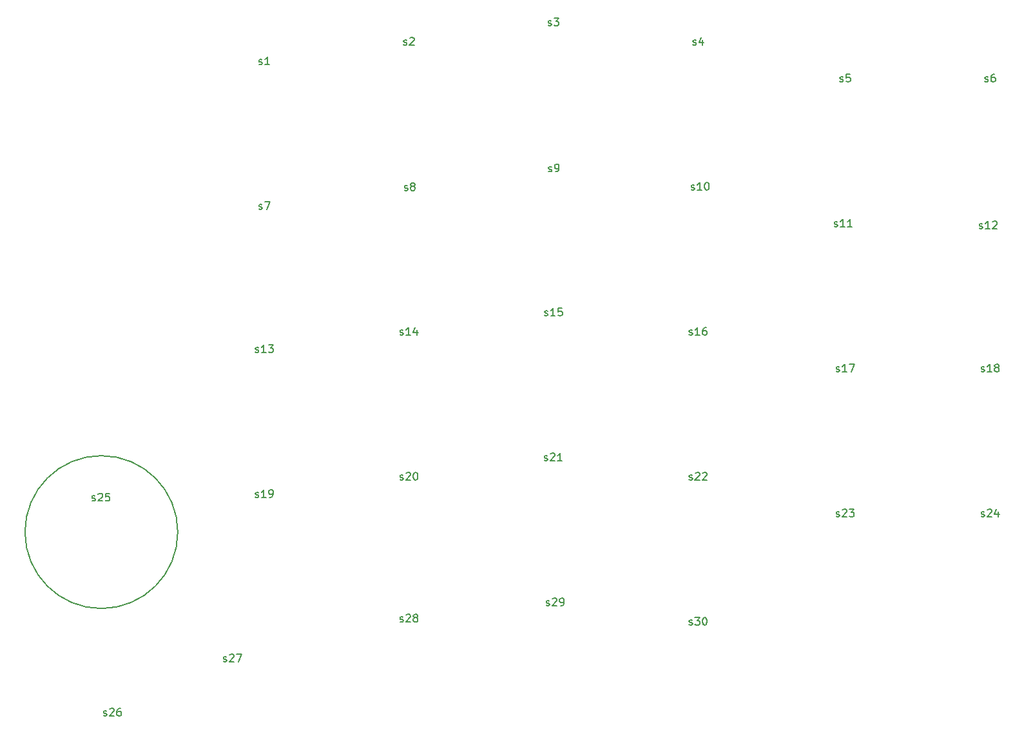
<source format=gbr>
G04 #@! TF.GenerationSoftware,KiCad,Pcbnew,8.99.0-3407-g6a48e2c35a*
G04 #@! TF.CreationDate,2025-03-01T11:14:55+00:00*
G04 #@! TF.ProjectId,DragonBoard,44726167-6f6e-4426-9f61-72642e6b6963,rev?*
G04 #@! TF.SameCoordinates,Original*
G04 #@! TF.FileFunction,Other,ECO1*
%FSLAX46Y46*%
G04 Gerber Fmt 4.6, Leading zero omitted, Abs format (unit mm)*
G04 Created by KiCad (PCBNEW 8.99.0-3407-g6a48e2c35a) date 2025-03-01 11:14:55*
%MOMM*%
%LPD*%
G01*
G04 APERTURE LIST*
%ADD10C,0.150000*%
G04 APERTURE END LIST*
D10*
X109140696Y-107150000D02*
G75*
G02*
X89063704Y-107150000I-10038496J0D01*
G01*
X89063704Y-107150000D02*
G75*
G02*
X109140696Y-107150000I10038496J0D01*
G01*
X176333333Y-81221840D02*
X176428571Y-81269459D01*
X176428571Y-81269459D02*
X176619047Y-81269459D01*
X176619047Y-81269459D02*
X176714285Y-81221840D01*
X176714285Y-81221840D02*
X176761904Y-81126601D01*
X176761904Y-81126601D02*
X176761904Y-81078982D01*
X176761904Y-81078982D02*
X176714285Y-80983744D01*
X176714285Y-80983744D02*
X176619047Y-80936125D01*
X176619047Y-80936125D02*
X176476190Y-80936125D01*
X176476190Y-80936125D02*
X176380952Y-80888506D01*
X176380952Y-80888506D02*
X176333333Y-80793268D01*
X176333333Y-80793268D02*
X176333333Y-80745649D01*
X176333333Y-80745649D02*
X176380952Y-80650411D01*
X176380952Y-80650411D02*
X176476190Y-80602792D01*
X176476190Y-80602792D02*
X176619047Y-80602792D01*
X176619047Y-80602792D02*
X176714285Y-80650411D01*
X177714285Y-81269459D02*
X177142857Y-81269459D01*
X177428571Y-81269459D02*
X177428571Y-80269459D01*
X177428571Y-80269459D02*
X177333333Y-80412316D01*
X177333333Y-80412316D02*
X177238095Y-80507554D01*
X177238095Y-80507554D02*
X177142857Y-80555173D01*
X178571428Y-80269459D02*
X178380952Y-80269459D01*
X178380952Y-80269459D02*
X178285714Y-80317078D01*
X178285714Y-80317078D02*
X178238095Y-80364697D01*
X178238095Y-80364697D02*
X178142857Y-80507554D01*
X178142857Y-80507554D02*
X178095238Y-80698030D01*
X178095238Y-80698030D02*
X178095238Y-81078982D01*
X178095238Y-81078982D02*
X178142857Y-81174220D01*
X178142857Y-81174220D02*
X178190476Y-81221840D01*
X178190476Y-81221840D02*
X178285714Y-81269459D01*
X178285714Y-81269459D02*
X178476190Y-81269459D01*
X178476190Y-81269459D02*
X178571428Y-81221840D01*
X178571428Y-81221840D02*
X178619047Y-81174220D01*
X178619047Y-81174220D02*
X178666666Y-81078982D01*
X178666666Y-81078982D02*
X178666666Y-80840887D01*
X178666666Y-80840887D02*
X178619047Y-80745649D01*
X178619047Y-80745649D02*
X178571428Y-80698030D01*
X178571428Y-80698030D02*
X178476190Y-80650411D01*
X178476190Y-80650411D02*
X178285714Y-80650411D01*
X178285714Y-80650411D02*
X178190476Y-80698030D01*
X178190476Y-80698030D02*
X178142857Y-80745649D01*
X178142857Y-80745649D02*
X178095238Y-80840887D01*
X215180644Y-47947840D02*
X215275882Y-47995459D01*
X215275882Y-47995459D02*
X215466358Y-47995459D01*
X215466358Y-47995459D02*
X215561596Y-47947840D01*
X215561596Y-47947840D02*
X215609215Y-47852601D01*
X215609215Y-47852601D02*
X215609215Y-47804982D01*
X215609215Y-47804982D02*
X215561596Y-47709744D01*
X215561596Y-47709744D02*
X215466358Y-47662125D01*
X215466358Y-47662125D02*
X215323501Y-47662125D01*
X215323501Y-47662125D02*
X215228263Y-47614506D01*
X215228263Y-47614506D02*
X215180644Y-47519268D01*
X215180644Y-47519268D02*
X215180644Y-47471649D01*
X215180644Y-47471649D02*
X215228263Y-47376411D01*
X215228263Y-47376411D02*
X215323501Y-47328792D01*
X215323501Y-47328792D02*
X215466358Y-47328792D01*
X215466358Y-47328792D02*
X215561596Y-47376411D01*
X216466358Y-46995459D02*
X216275882Y-46995459D01*
X216275882Y-46995459D02*
X216180644Y-47043078D01*
X216180644Y-47043078D02*
X216133025Y-47090697D01*
X216133025Y-47090697D02*
X216037787Y-47233554D01*
X216037787Y-47233554D02*
X215990168Y-47424030D01*
X215990168Y-47424030D02*
X215990168Y-47804982D01*
X215990168Y-47804982D02*
X216037787Y-47900220D01*
X216037787Y-47900220D02*
X216085406Y-47947840D01*
X216085406Y-47947840D02*
X216180644Y-47995459D01*
X216180644Y-47995459D02*
X216371120Y-47995459D01*
X216371120Y-47995459D02*
X216466358Y-47947840D01*
X216466358Y-47947840D02*
X216513977Y-47900220D01*
X216513977Y-47900220D02*
X216561596Y-47804982D01*
X216561596Y-47804982D02*
X216561596Y-47566887D01*
X216561596Y-47566887D02*
X216513977Y-47471649D01*
X216513977Y-47471649D02*
X216466358Y-47424030D01*
X216466358Y-47424030D02*
X216371120Y-47376411D01*
X216371120Y-47376411D02*
X216180644Y-47376411D01*
X216180644Y-47376411D02*
X216085406Y-47424030D01*
X216085406Y-47424030D02*
X216037787Y-47471649D01*
X216037787Y-47471649D02*
X215990168Y-47566887D01*
X157840144Y-59758840D02*
X157935382Y-59806459D01*
X157935382Y-59806459D02*
X158125858Y-59806459D01*
X158125858Y-59806459D02*
X158221096Y-59758840D01*
X158221096Y-59758840D02*
X158268715Y-59663601D01*
X158268715Y-59663601D02*
X158268715Y-59615982D01*
X158268715Y-59615982D02*
X158221096Y-59520744D01*
X158221096Y-59520744D02*
X158125858Y-59473125D01*
X158125858Y-59473125D02*
X157983001Y-59473125D01*
X157983001Y-59473125D02*
X157887763Y-59425506D01*
X157887763Y-59425506D02*
X157840144Y-59330268D01*
X157840144Y-59330268D02*
X157840144Y-59282649D01*
X157840144Y-59282649D02*
X157887763Y-59187411D01*
X157887763Y-59187411D02*
X157983001Y-59139792D01*
X157983001Y-59139792D02*
X158125858Y-59139792D01*
X158125858Y-59139792D02*
X158221096Y-59187411D01*
X158744906Y-59806459D02*
X158935382Y-59806459D01*
X158935382Y-59806459D02*
X159030620Y-59758840D01*
X159030620Y-59758840D02*
X159078239Y-59711220D01*
X159078239Y-59711220D02*
X159173477Y-59568363D01*
X159173477Y-59568363D02*
X159221096Y-59377887D01*
X159221096Y-59377887D02*
X159221096Y-58996935D01*
X159221096Y-58996935D02*
X159173477Y-58901697D01*
X159173477Y-58901697D02*
X159125858Y-58854078D01*
X159125858Y-58854078D02*
X159030620Y-58806459D01*
X159030620Y-58806459D02*
X158840144Y-58806459D01*
X158840144Y-58806459D02*
X158744906Y-58854078D01*
X158744906Y-58854078D02*
X158697287Y-58901697D01*
X158697287Y-58901697D02*
X158649668Y-58996935D01*
X158649668Y-58996935D02*
X158649668Y-59235030D01*
X158649668Y-59235030D02*
X158697287Y-59330268D01*
X158697287Y-59330268D02*
X158744906Y-59377887D01*
X158744906Y-59377887D02*
X158840144Y-59425506D01*
X158840144Y-59425506D02*
X159030620Y-59425506D01*
X159030620Y-59425506D02*
X159125858Y-59377887D01*
X159125858Y-59377887D02*
X159173477Y-59330268D01*
X159173477Y-59330268D02*
X159221096Y-59235030D01*
X138917144Y-62235340D02*
X139012382Y-62282959D01*
X139012382Y-62282959D02*
X139202858Y-62282959D01*
X139202858Y-62282959D02*
X139298096Y-62235340D01*
X139298096Y-62235340D02*
X139345715Y-62140101D01*
X139345715Y-62140101D02*
X139345715Y-62092482D01*
X139345715Y-62092482D02*
X139298096Y-61997244D01*
X139298096Y-61997244D02*
X139202858Y-61949625D01*
X139202858Y-61949625D02*
X139060001Y-61949625D01*
X139060001Y-61949625D02*
X138964763Y-61902006D01*
X138964763Y-61902006D02*
X138917144Y-61806768D01*
X138917144Y-61806768D02*
X138917144Y-61759149D01*
X138917144Y-61759149D02*
X138964763Y-61663911D01*
X138964763Y-61663911D02*
X139060001Y-61616292D01*
X139060001Y-61616292D02*
X139202858Y-61616292D01*
X139202858Y-61616292D02*
X139298096Y-61663911D01*
X139917144Y-61711530D02*
X139821906Y-61663911D01*
X139821906Y-61663911D02*
X139774287Y-61616292D01*
X139774287Y-61616292D02*
X139726668Y-61521054D01*
X139726668Y-61521054D02*
X139726668Y-61473435D01*
X139726668Y-61473435D02*
X139774287Y-61378197D01*
X139774287Y-61378197D02*
X139821906Y-61330578D01*
X139821906Y-61330578D02*
X139917144Y-61282959D01*
X139917144Y-61282959D02*
X140107620Y-61282959D01*
X140107620Y-61282959D02*
X140202858Y-61330578D01*
X140202858Y-61330578D02*
X140250477Y-61378197D01*
X140250477Y-61378197D02*
X140298096Y-61473435D01*
X140298096Y-61473435D02*
X140298096Y-61521054D01*
X140298096Y-61521054D02*
X140250477Y-61616292D01*
X140250477Y-61616292D02*
X140202858Y-61663911D01*
X140202858Y-61663911D02*
X140107620Y-61711530D01*
X140107620Y-61711530D02*
X139917144Y-61711530D01*
X139917144Y-61711530D02*
X139821906Y-61759149D01*
X139821906Y-61759149D02*
X139774287Y-61806768D01*
X139774287Y-61806768D02*
X139726668Y-61902006D01*
X139726668Y-61902006D02*
X139726668Y-62092482D01*
X139726668Y-62092482D02*
X139774287Y-62187720D01*
X139774287Y-62187720D02*
X139821906Y-62235340D01*
X139821906Y-62235340D02*
X139917144Y-62282959D01*
X139917144Y-62282959D02*
X140107620Y-62282959D01*
X140107620Y-62282959D02*
X140202858Y-62235340D01*
X140202858Y-62235340D02*
X140250477Y-62187720D01*
X140250477Y-62187720D02*
X140298096Y-62092482D01*
X140298096Y-62092482D02*
X140298096Y-61902006D01*
X140298096Y-61902006D02*
X140250477Y-61806768D01*
X140250477Y-61806768D02*
X140202858Y-61759149D01*
X140202858Y-61759149D02*
X140107620Y-61711530D01*
X138333333Y-100271840D02*
X138428571Y-100319459D01*
X138428571Y-100319459D02*
X138619047Y-100319459D01*
X138619047Y-100319459D02*
X138714285Y-100271840D01*
X138714285Y-100271840D02*
X138761904Y-100176601D01*
X138761904Y-100176601D02*
X138761904Y-100128982D01*
X138761904Y-100128982D02*
X138714285Y-100033744D01*
X138714285Y-100033744D02*
X138619047Y-99986125D01*
X138619047Y-99986125D02*
X138476190Y-99986125D01*
X138476190Y-99986125D02*
X138380952Y-99938506D01*
X138380952Y-99938506D02*
X138333333Y-99843268D01*
X138333333Y-99843268D02*
X138333333Y-99795649D01*
X138333333Y-99795649D02*
X138380952Y-99700411D01*
X138380952Y-99700411D02*
X138476190Y-99652792D01*
X138476190Y-99652792D02*
X138619047Y-99652792D01*
X138619047Y-99652792D02*
X138714285Y-99700411D01*
X139142857Y-99414697D02*
X139190476Y-99367078D01*
X139190476Y-99367078D02*
X139285714Y-99319459D01*
X139285714Y-99319459D02*
X139523809Y-99319459D01*
X139523809Y-99319459D02*
X139619047Y-99367078D01*
X139619047Y-99367078D02*
X139666666Y-99414697D01*
X139666666Y-99414697D02*
X139714285Y-99509935D01*
X139714285Y-99509935D02*
X139714285Y-99605173D01*
X139714285Y-99605173D02*
X139666666Y-99748030D01*
X139666666Y-99748030D02*
X139095238Y-100319459D01*
X139095238Y-100319459D02*
X139714285Y-100319459D01*
X140333333Y-99319459D02*
X140428571Y-99319459D01*
X140428571Y-99319459D02*
X140523809Y-99367078D01*
X140523809Y-99367078D02*
X140571428Y-99414697D01*
X140571428Y-99414697D02*
X140619047Y-99509935D01*
X140619047Y-99509935D02*
X140666666Y-99700411D01*
X140666666Y-99700411D02*
X140666666Y-99938506D01*
X140666666Y-99938506D02*
X140619047Y-100128982D01*
X140619047Y-100128982D02*
X140571428Y-100224220D01*
X140571428Y-100224220D02*
X140523809Y-100271840D01*
X140523809Y-100271840D02*
X140428571Y-100319459D01*
X140428571Y-100319459D02*
X140333333Y-100319459D01*
X140333333Y-100319459D02*
X140238095Y-100271840D01*
X140238095Y-100271840D02*
X140190476Y-100224220D01*
X140190476Y-100224220D02*
X140142857Y-100128982D01*
X140142857Y-100128982D02*
X140095238Y-99938506D01*
X140095238Y-99938506D02*
X140095238Y-99700411D01*
X140095238Y-99700411D02*
X140142857Y-99509935D01*
X140142857Y-99509935D02*
X140190476Y-99414697D01*
X140190476Y-99414697D02*
X140238095Y-99367078D01*
X140238095Y-99367078D02*
X140333333Y-99319459D01*
X115136453Y-124147840D02*
X115231691Y-124195459D01*
X115231691Y-124195459D02*
X115422167Y-124195459D01*
X115422167Y-124195459D02*
X115517405Y-124147840D01*
X115517405Y-124147840D02*
X115565024Y-124052601D01*
X115565024Y-124052601D02*
X115565024Y-124004982D01*
X115565024Y-124004982D02*
X115517405Y-123909744D01*
X115517405Y-123909744D02*
X115422167Y-123862125D01*
X115422167Y-123862125D02*
X115279310Y-123862125D01*
X115279310Y-123862125D02*
X115184072Y-123814506D01*
X115184072Y-123814506D02*
X115136453Y-123719268D01*
X115136453Y-123719268D02*
X115136453Y-123671649D01*
X115136453Y-123671649D02*
X115184072Y-123576411D01*
X115184072Y-123576411D02*
X115279310Y-123528792D01*
X115279310Y-123528792D02*
X115422167Y-123528792D01*
X115422167Y-123528792D02*
X115517405Y-123576411D01*
X115945977Y-123290697D02*
X115993596Y-123243078D01*
X115993596Y-123243078D02*
X116088834Y-123195459D01*
X116088834Y-123195459D02*
X116326929Y-123195459D01*
X116326929Y-123195459D02*
X116422167Y-123243078D01*
X116422167Y-123243078D02*
X116469786Y-123290697D01*
X116469786Y-123290697D02*
X116517405Y-123385935D01*
X116517405Y-123385935D02*
X116517405Y-123481173D01*
X116517405Y-123481173D02*
X116469786Y-123624030D01*
X116469786Y-123624030D02*
X115898358Y-124195459D01*
X115898358Y-124195459D02*
X116517405Y-124195459D01*
X116850739Y-123195459D02*
X117517405Y-123195459D01*
X117517405Y-123195459D02*
X117088834Y-124195459D01*
X196130644Y-47947840D02*
X196225882Y-47995459D01*
X196225882Y-47995459D02*
X196416358Y-47995459D01*
X196416358Y-47995459D02*
X196511596Y-47947840D01*
X196511596Y-47947840D02*
X196559215Y-47852601D01*
X196559215Y-47852601D02*
X196559215Y-47804982D01*
X196559215Y-47804982D02*
X196511596Y-47709744D01*
X196511596Y-47709744D02*
X196416358Y-47662125D01*
X196416358Y-47662125D02*
X196273501Y-47662125D01*
X196273501Y-47662125D02*
X196178263Y-47614506D01*
X196178263Y-47614506D02*
X196130644Y-47519268D01*
X196130644Y-47519268D02*
X196130644Y-47471649D01*
X196130644Y-47471649D02*
X196178263Y-47376411D01*
X196178263Y-47376411D02*
X196273501Y-47328792D01*
X196273501Y-47328792D02*
X196416358Y-47328792D01*
X196416358Y-47328792D02*
X196511596Y-47376411D01*
X197463977Y-46995459D02*
X196987787Y-46995459D01*
X196987787Y-46995459D02*
X196940168Y-47471649D01*
X196940168Y-47471649D02*
X196987787Y-47424030D01*
X196987787Y-47424030D02*
X197083025Y-47376411D01*
X197083025Y-47376411D02*
X197321120Y-47376411D01*
X197321120Y-47376411D02*
X197416358Y-47424030D01*
X197416358Y-47424030D02*
X197463977Y-47471649D01*
X197463977Y-47471649D02*
X197511596Y-47566887D01*
X197511596Y-47566887D02*
X197511596Y-47804982D01*
X197511596Y-47804982D02*
X197463977Y-47900220D01*
X197463977Y-47900220D02*
X197416358Y-47947840D01*
X197416358Y-47947840D02*
X197321120Y-47995459D01*
X197321120Y-47995459D02*
X197083025Y-47995459D01*
X197083025Y-47995459D02*
X196987787Y-47947840D01*
X196987787Y-47947840D02*
X196940168Y-47900220D01*
X99388453Y-131259840D02*
X99483691Y-131307459D01*
X99483691Y-131307459D02*
X99674167Y-131307459D01*
X99674167Y-131307459D02*
X99769405Y-131259840D01*
X99769405Y-131259840D02*
X99817024Y-131164601D01*
X99817024Y-131164601D02*
X99817024Y-131116982D01*
X99817024Y-131116982D02*
X99769405Y-131021744D01*
X99769405Y-131021744D02*
X99674167Y-130974125D01*
X99674167Y-130974125D02*
X99531310Y-130974125D01*
X99531310Y-130974125D02*
X99436072Y-130926506D01*
X99436072Y-130926506D02*
X99388453Y-130831268D01*
X99388453Y-130831268D02*
X99388453Y-130783649D01*
X99388453Y-130783649D02*
X99436072Y-130688411D01*
X99436072Y-130688411D02*
X99531310Y-130640792D01*
X99531310Y-130640792D02*
X99674167Y-130640792D01*
X99674167Y-130640792D02*
X99769405Y-130688411D01*
X100197977Y-130402697D02*
X100245596Y-130355078D01*
X100245596Y-130355078D02*
X100340834Y-130307459D01*
X100340834Y-130307459D02*
X100578929Y-130307459D01*
X100578929Y-130307459D02*
X100674167Y-130355078D01*
X100674167Y-130355078D02*
X100721786Y-130402697D01*
X100721786Y-130402697D02*
X100769405Y-130497935D01*
X100769405Y-130497935D02*
X100769405Y-130593173D01*
X100769405Y-130593173D02*
X100721786Y-130736030D01*
X100721786Y-130736030D02*
X100150358Y-131307459D01*
X100150358Y-131307459D02*
X100769405Y-131307459D01*
X101626548Y-130307459D02*
X101436072Y-130307459D01*
X101436072Y-130307459D02*
X101340834Y-130355078D01*
X101340834Y-130355078D02*
X101293215Y-130402697D01*
X101293215Y-130402697D02*
X101197977Y-130545554D01*
X101197977Y-130545554D02*
X101150358Y-130736030D01*
X101150358Y-130736030D02*
X101150358Y-131116982D01*
X101150358Y-131116982D02*
X101197977Y-131212220D01*
X101197977Y-131212220D02*
X101245596Y-131259840D01*
X101245596Y-131259840D02*
X101340834Y-131307459D01*
X101340834Y-131307459D02*
X101531310Y-131307459D01*
X101531310Y-131307459D02*
X101626548Y-131259840D01*
X101626548Y-131259840D02*
X101674167Y-131212220D01*
X101674167Y-131212220D02*
X101721786Y-131116982D01*
X101721786Y-131116982D02*
X101721786Y-130878887D01*
X101721786Y-130878887D02*
X101674167Y-130783649D01*
X101674167Y-130783649D02*
X101626548Y-130736030D01*
X101626548Y-130736030D02*
X101531310Y-130688411D01*
X101531310Y-130688411D02*
X101340834Y-130688411D01*
X101340834Y-130688411D02*
X101245596Y-130736030D01*
X101245596Y-130736030D02*
X101197977Y-130783649D01*
X101197977Y-130783649D02*
X101150358Y-130878887D01*
X157300453Y-97731840D02*
X157395691Y-97779459D01*
X157395691Y-97779459D02*
X157586167Y-97779459D01*
X157586167Y-97779459D02*
X157681405Y-97731840D01*
X157681405Y-97731840D02*
X157729024Y-97636601D01*
X157729024Y-97636601D02*
X157729024Y-97588982D01*
X157729024Y-97588982D02*
X157681405Y-97493744D01*
X157681405Y-97493744D02*
X157586167Y-97446125D01*
X157586167Y-97446125D02*
X157443310Y-97446125D01*
X157443310Y-97446125D02*
X157348072Y-97398506D01*
X157348072Y-97398506D02*
X157300453Y-97303268D01*
X157300453Y-97303268D02*
X157300453Y-97255649D01*
X157300453Y-97255649D02*
X157348072Y-97160411D01*
X157348072Y-97160411D02*
X157443310Y-97112792D01*
X157443310Y-97112792D02*
X157586167Y-97112792D01*
X157586167Y-97112792D02*
X157681405Y-97160411D01*
X158109977Y-96874697D02*
X158157596Y-96827078D01*
X158157596Y-96827078D02*
X158252834Y-96779459D01*
X158252834Y-96779459D02*
X158490929Y-96779459D01*
X158490929Y-96779459D02*
X158586167Y-96827078D01*
X158586167Y-96827078D02*
X158633786Y-96874697D01*
X158633786Y-96874697D02*
X158681405Y-96969935D01*
X158681405Y-96969935D02*
X158681405Y-97065173D01*
X158681405Y-97065173D02*
X158633786Y-97208030D01*
X158633786Y-97208030D02*
X158062358Y-97779459D01*
X158062358Y-97779459D02*
X158681405Y-97779459D01*
X159633786Y-97779459D02*
X159062358Y-97779459D01*
X159348072Y-97779459D02*
X159348072Y-96779459D01*
X159348072Y-96779459D02*
X159252834Y-96922316D01*
X159252834Y-96922316D02*
X159157596Y-97017554D01*
X159157596Y-97017554D02*
X159062358Y-97065173D01*
X214704453Y-86047840D02*
X214799691Y-86095459D01*
X214799691Y-86095459D02*
X214990167Y-86095459D01*
X214990167Y-86095459D02*
X215085405Y-86047840D01*
X215085405Y-86047840D02*
X215133024Y-85952601D01*
X215133024Y-85952601D02*
X215133024Y-85904982D01*
X215133024Y-85904982D02*
X215085405Y-85809744D01*
X215085405Y-85809744D02*
X214990167Y-85762125D01*
X214990167Y-85762125D02*
X214847310Y-85762125D01*
X214847310Y-85762125D02*
X214752072Y-85714506D01*
X214752072Y-85714506D02*
X214704453Y-85619268D01*
X214704453Y-85619268D02*
X214704453Y-85571649D01*
X214704453Y-85571649D02*
X214752072Y-85476411D01*
X214752072Y-85476411D02*
X214847310Y-85428792D01*
X214847310Y-85428792D02*
X214990167Y-85428792D01*
X214990167Y-85428792D02*
X215085405Y-85476411D01*
X216085405Y-86095459D02*
X215513977Y-86095459D01*
X215799691Y-86095459D02*
X215799691Y-85095459D01*
X215799691Y-85095459D02*
X215704453Y-85238316D01*
X215704453Y-85238316D02*
X215609215Y-85333554D01*
X215609215Y-85333554D02*
X215513977Y-85381173D01*
X216656834Y-85524030D02*
X216561596Y-85476411D01*
X216561596Y-85476411D02*
X216513977Y-85428792D01*
X216513977Y-85428792D02*
X216466358Y-85333554D01*
X216466358Y-85333554D02*
X216466358Y-85285935D01*
X216466358Y-85285935D02*
X216513977Y-85190697D01*
X216513977Y-85190697D02*
X216561596Y-85143078D01*
X216561596Y-85143078D02*
X216656834Y-85095459D01*
X216656834Y-85095459D02*
X216847310Y-85095459D01*
X216847310Y-85095459D02*
X216942548Y-85143078D01*
X216942548Y-85143078D02*
X216990167Y-85190697D01*
X216990167Y-85190697D02*
X217037786Y-85285935D01*
X217037786Y-85285935D02*
X217037786Y-85333554D01*
X217037786Y-85333554D02*
X216990167Y-85428792D01*
X216990167Y-85428792D02*
X216942548Y-85476411D01*
X216942548Y-85476411D02*
X216847310Y-85524030D01*
X216847310Y-85524030D02*
X216656834Y-85524030D01*
X216656834Y-85524030D02*
X216561596Y-85571649D01*
X216561596Y-85571649D02*
X216513977Y-85619268D01*
X216513977Y-85619268D02*
X216466358Y-85714506D01*
X216466358Y-85714506D02*
X216466358Y-85904982D01*
X216466358Y-85904982D02*
X216513977Y-86000220D01*
X216513977Y-86000220D02*
X216561596Y-86047840D01*
X216561596Y-86047840D02*
X216656834Y-86095459D01*
X216656834Y-86095459D02*
X216847310Y-86095459D01*
X216847310Y-86095459D02*
X216942548Y-86047840D01*
X216942548Y-86047840D02*
X216990167Y-86000220D01*
X216990167Y-86000220D02*
X217037786Y-85904982D01*
X217037786Y-85904982D02*
X217037786Y-85714506D01*
X217037786Y-85714506D02*
X216990167Y-85619268D01*
X216990167Y-85619268D02*
X216942548Y-85571649D01*
X216942548Y-85571649D02*
X216847310Y-85524030D01*
X195400453Y-66997840D02*
X195495691Y-67045459D01*
X195495691Y-67045459D02*
X195686167Y-67045459D01*
X195686167Y-67045459D02*
X195781405Y-66997840D01*
X195781405Y-66997840D02*
X195829024Y-66902601D01*
X195829024Y-66902601D02*
X195829024Y-66854982D01*
X195829024Y-66854982D02*
X195781405Y-66759744D01*
X195781405Y-66759744D02*
X195686167Y-66712125D01*
X195686167Y-66712125D02*
X195543310Y-66712125D01*
X195543310Y-66712125D02*
X195448072Y-66664506D01*
X195448072Y-66664506D02*
X195400453Y-66569268D01*
X195400453Y-66569268D02*
X195400453Y-66521649D01*
X195400453Y-66521649D02*
X195448072Y-66426411D01*
X195448072Y-66426411D02*
X195543310Y-66378792D01*
X195543310Y-66378792D02*
X195686167Y-66378792D01*
X195686167Y-66378792D02*
X195781405Y-66426411D01*
X196781405Y-67045459D02*
X196209977Y-67045459D01*
X196495691Y-67045459D02*
X196495691Y-66045459D01*
X196495691Y-66045459D02*
X196400453Y-66188316D01*
X196400453Y-66188316D02*
X196305215Y-66283554D01*
X196305215Y-66283554D02*
X196209977Y-66331173D01*
X197733786Y-67045459D02*
X197162358Y-67045459D01*
X197448072Y-67045459D02*
X197448072Y-66045459D01*
X197448072Y-66045459D02*
X197352834Y-66188316D01*
X197352834Y-66188316D02*
X197257596Y-66283554D01*
X197257596Y-66283554D02*
X197162358Y-66331173D01*
X157333333Y-78681840D02*
X157428571Y-78729459D01*
X157428571Y-78729459D02*
X157619047Y-78729459D01*
X157619047Y-78729459D02*
X157714285Y-78681840D01*
X157714285Y-78681840D02*
X157761904Y-78586601D01*
X157761904Y-78586601D02*
X157761904Y-78538982D01*
X157761904Y-78538982D02*
X157714285Y-78443744D01*
X157714285Y-78443744D02*
X157619047Y-78396125D01*
X157619047Y-78396125D02*
X157476190Y-78396125D01*
X157476190Y-78396125D02*
X157380952Y-78348506D01*
X157380952Y-78348506D02*
X157333333Y-78253268D01*
X157333333Y-78253268D02*
X157333333Y-78205649D01*
X157333333Y-78205649D02*
X157380952Y-78110411D01*
X157380952Y-78110411D02*
X157476190Y-78062792D01*
X157476190Y-78062792D02*
X157619047Y-78062792D01*
X157619047Y-78062792D02*
X157714285Y-78110411D01*
X158714285Y-78729459D02*
X158142857Y-78729459D01*
X158428571Y-78729459D02*
X158428571Y-77729459D01*
X158428571Y-77729459D02*
X158333333Y-77872316D01*
X158333333Y-77872316D02*
X158238095Y-77967554D01*
X158238095Y-77967554D02*
X158142857Y-78015173D01*
X159619047Y-77729459D02*
X159142857Y-77729459D01*
X159142857Y-77729459D02*
X159095238Y-78205649D01*
X159095238Y-78205649D02*
X159142857Y-78158030D01*
X159142857Y-78158030D02*
X159238095Y-78110411D01*
X159238095Y-78110411D02*
X159476190Y-78110411D01*
X159476190Y-78110411D02*
X159571428Y-78158030D01*
X159571428Y-78158030D02*
X159619047Y-78205649D01*
X159619047Y-78205649D02*
X159666666Y-78300887D01*
X159666666Y-78300887D02*
X159666666Y-78538982D01*
X159666666Y-78538982D02*
X159619047Y-78634220D01*
X159619047Y-78634220D02*
X159571428Y-78681840D01*
X159571428Y-78681840D02*
X159476190Y-78729459D01*
X159476190Y-78729459D02*
X159238095Y-78729459D01*
X159238095Y-78729459D02*
X159142857Y-78681840D01*
X159142857Y-78681840D02*
X159095238Y-78634220D01*
X214704453Y-105097840D02*
X214799691Y-105145459D01*
X214799691Y-105145459D02*
X214990167Y-105145459D01*
X214990167Y-105145459D02*
X215085405Y-105097840D01*
X215085405Y-105097840D02*
X215133024Y-105002601D01*
X215133024Y-105002601D02*
X215133024Y-104954982D01*
X215133024Y-104954982D02*
X215085405Y-104859744D01*
X215085405Y-104859744D02*
X214990167Y-104812125D01*
X214990167Y-104812125D02*
X214847310Y-104812125D01*
X214847310Y-104812125D02*
X214752072Y-104764506D01*
X214752072Y-104764506D02*
X214704453Y-104669268D01*
X214704453Y-104669268D02*
X214704453Y-104621649D01*
X214704453Y-104621649D02*
X214752072Y-104526411D01*
X214752072Y-104526411D02*
X214847310Y-104478792D01*
X214847310Y-104478792D02*
X214990167Y-104478792D01*
X214990167Y-104478792D02*
X215085405Y-104526411D01*
X215513977Y-104240697D02*
X215561596Y-104193078D01*
X215561596Y-104193078D02*
X215656834Y-104145459D01*
X215656834Y-104145459D02*
X215894929Y-104145459D01*
X215894929Y-104145459D02*
X215990167Y-104193078D01*
X215990167Y-104193078D02*
X216037786Y-104240697D01*
X216037786Y-104240697D02*
X216085405Y-104335935D01*
X216085405Y-104335935D02*
X216085405Y-104431173D01*
X216085405Y-104431173D02*
X216037786Y-104574030D01*
X216037786Y-104574030D02*
X215466358Y-105145459D01*
X215466358Y-105145459D02*
X216085405Y-105145459D01*
X216942548Y-104478792D02*
X216942548Y-105145459D01*
X216704453Y-104097840D02*
X216466358Y-104812125D01*
X216466358Y-104812125D02*
X217085405Y-104812125D01*
X176333333Y-100271840D02*
X176428571Y-100319459D01*
X176428571Y-100319459D02*
X176619047Y-100319459D01*
X176619047Y-100319459D02*
X176714285Y-100271840D01*
X176714285Y-100271840D02*
X176761904Y-100176601D01*
X176761904Y-100176601D02*
X176761904Y-100128982D01*
X176761904Y-100128982D02*
X176714285Y-100033744D01*
X176714285Y-100033744D02*
X176619047Y-99986125D01*
X176619047Y-99986125D02*
X176476190Y-99986125D01*
X176476190Y-99986125D02*
X176380952Y-99938506D01*
X176380952Y-99938506D02*
X176333333Y-99843268D01*
X176333333Y-99843268D02*
X176333333Y-99795649D01*
X176333333Y-99795649D02*
X176380952Y-99700411D01*
X176380952Y-99700411D02*
X176476190Y-99652792D01*
X176476190Y-99652792D02*
X176619047Y-99652792D01*
X176619047Y-99652792D02*
X176714285Y-99700411D01*
X177142857Y-99414697D02*
X177190476Y-99367078D01*
X177190476Y-99367078D02*
X177285714Y-99319459D01*
X177285714Y-99319459D02*
X177523809Y-99319459D01*
X177523809Y-99319459D02*
X177619047Y-99367078D01*
X177619047Y-99367078D02*
X177666666Y-99414697D01*
X177666666Y-99414697D02*
X177714285Y-99509935D01*
X177714285Y-99509935D02*
X177714285Y-99605173D01*
X177714285Y-99605173D02*
X177666666Y-99748030D01*
X177666666Y-99748030D02*
X177095238Y-100319459D01*
X177095238Y-100319459D02*
X177714285Y-100319459D01*
X178095238Y-99414697D02*
X178142857Y-99367078D01*
X178142857Y-99367078D02*
X178238095Y-99319459D01*
X178238095Y-99319459D02*
X178476190Y-99319459D01*
X178476190Y-99319459D02*
X178571428Y-99367078D01*
X178571428Y-99367078D02*
X178619047Y-99414697D01*
X178619047Y-99414697D02*
X178666666Y-99509935D01*
X178666666Y-99509935D02*
X178666666Y-99605173D01*
X178666666Y-99605173D02*
X178619047Y-99748030D01*
X178619047Y-99748030D02*
X178047619Y-100319459D01*
X178047619Y-100319459D02*
X178666666Y-100319459D01*
X157809524Y-40581840D02*
X157904762Y-40629459D01*
X157904762Y-40629459D02*
X158095238Y-40629459D01*
X158095238Y-40629459D02*
X158190476Y-40581840D01*
X158190476Y-40581840D02*
X158238095Y-40486601D01*
X158238095Y-40486601D02*
X158238095Y-40438982D01*
X158238095Y-40438982D02*
X158190476Y-40343744D01*
X158190476Y-40343744D02*
X158095238Y-40296125D01*
X158095238Y-40296125D02*
X157952381Y-40296125D01*
X157952381Y-40296125D02*
X157857143Y-40248506D01*
X157857143Y-40248506D02*
X157809524Y-40153268D01*
X157809524Y-40153268D02*
X157809524Y-40105649D01*
X157809524Y-40105649D02*
X157857143Y-40010411D01*
X157857143Y-40010411D02*
X157952381Y-39962792D01*
X157952381Y-39962792D02*
X158095238Y-39962792D01*
X158095238Y-39962792D02*
X158190476Y-40010411D01*
X158571429Y-39629459D02*
X159190476Y-39629459D01*
X159190476Y-39629459D02*
X158857143Y-40010411D01*
X158857143Y-40010411D02*
X159000000Y-40010411D01*
X159000000Y-40010411D02*
X159095238Y-40058030D01*
X159095238Y-40058030D02*
X159142857Y-40105649D01*
X159142857Y-40105649D02*
X159190476Y-40200887D01*
X159190476Y-40200887D02*
X159190476Y-40438982D01*
X159190476Y-40438982D02*
X159142857Y-40534220D01*
X159142857Y-40534220D02*
X159095238Y-40581840D01*
X159095238Y-40581840D02*
X159000000Y-40629459D01*
X159000000Y-40629459D02*
X158714286Y-40629459D01*
X158714286Y-40629459D02*
X158619048Y-40581840D01*
X158619048Y-40581840D02*
X158571429Y-40534220D01*
X138333333Y-118907200D02*
X138428571Y-118954819D01*
X138428571Y-118954819D02*
X138619047Y-118954819D01*
X138619047Y-118954819D02*
X138714285Y-118907200D01*
X138714285Y-118907200D02*
X138761904Y-118811961D01*
X138761904Y-118811961D02*
X138761904Y-118764342D01*
X138761904Y-118764342D02*
X138714285Y-118669104D01*
X138714285Y-118669104D02*
X138619047Y-118621485D01*
X138619047Y-118621485D02*
X138476190Y-118621485D01*
X138476190Y-118621485D02*
X138380952Y-118573866D01*
X138380952Y-118573866D02*
X138333333Y-118478628D01*
X138333333Y-118478628D02*
X138333333Y-118431009D01*
X138333333Y-118431009D02*
X138380952Y-118335771D01*
X138380952Y-118335771D02*
X138476190Y-118288152D01*
X138476190Y-118288152D02*
X138619047Y-118288152D01*
X138619047Y-118288152D02*
X138714285Y-118335771D01*
X139142857Y-118050057D02*
X139190476Y-118002438D01*
X139190476Y-118002438D02*
X139285714Y-117954819D01*
X139285714Y-117954819D02*
X139523809Y-117954819D01*
X139523809Y-117954819D02*
X139619047Y-118002438D01*
X139619047Y-118002438D02*
X139666666Y-118050057D01*
X139666666Y-118050057D02*
X139714285Y-118145295D01*
X139714285Y-118145295D02*
X139714285Y-118240533D01*
X139714285Y-118240533D02*
X139666666Y-118383390D01*
X139666666Y-118383390D02*
X139095238Y-118954819D01*
X139095238Y-118954819D02*
X139714285Y-118954819D01*
X140285714Y-118383390D02*
X140190476Y-118335771D01*
X140190476Y-118335771D02*
X140142857Y-118288152D01*
X140142857Y-118288152D02*
X140095238Y-118192914D01*
X140095238Y-118192914D02*
X140095238Y-118145295D01*
X140095238Y-118145295D02*
X140142857Y-118050057D01*
X140142857Y-118050057D02*
X140190476Y-118002438D01*
X140190476Y-118002438D02*
X140285714Y-117954819D01*
X140285714Y-117954819D02*
X140476190Y-117954819D01*
X140476190Y-117954819D02*
X140571428Y-118002438D01*
X140571428Y-118002438D02*
X140619047Y-118050057D01*
X140619047Y-118050057D02*
X140666666Y-118145295D01*
X140666666Y-118145295D02*
X140666666Y-118192914D01*
X140666666Y-118192914D02*
X140619047Y-118288152D01*
X140619047Y-118288152D02*
X140571428Y-118335771D01*
X140571428Y-118335771D02*
X140476190Y-118383390D01*
X140476190Y-118383390D02*
X140285714Y-118383390D01*
X140285714Y-118383390D02*
X140190476Y-118431009D01*
X140190476Y-118431009D02*
X140142857Y-118478628D01*
X140142857Y-118478628D02*
X140095238Y-118573866D01*
X140095238Y-118573866D02*
X140095238Y-118764342D01*
X140095238Y-118764342D02*
X140142857Y-118859580D01*
X140142857Y-118859580D02*
X140190476Y-118907200D01*
X140190476Y-118907200D02*
X140285714Y-118954819D01*
X140285714Y-118954819D02*
X140476190Y-118954819D01*
X140476190Y-118954819D02*
X140571428Y-118907200D01*
X140571428Y-118907200D02*
X140619047Y-118859580D01*
X140619047Y-118859580D02*
X140666666Y-118764342D01*
X140666666Y-118764342D02*
X140666666Y-118573866D01*
X140666666Y-118573866D02*
X140619047Y-118478628D01*
X140619047Y-118478628D02*
X140571428Y-118431009D01*
X140571428Y-118431009D02*
X140476190Y-118383390D01*
X119333333Y-83507840D02*
X119428571Y-83555459D01*
X119428571Y-83555459D02*
X119619047Y-83555459D01*
X119619047Y-83555459D02*
X119714285Y-83507840D01*
X119714285Y-83507840D02*
X119761904Y-83412601D01*
X119761904Y-83412601D02*
X119761904Y-83364982D01*
X119761904Y-83364982D02*
X119714285Y-83269744D01*
X119714285Y-83269744D02*
X119619047Y-83222125D01*
X119619047Y-83222125D02*
X119476190Y-83222125D01*
X119476190Y-83222125D02*
X119380952Y-83174506D01*
X119380952Y-83174506D02*
X119333333Y-83079268D01*
X119333333Y-83079268D02*
X119333333Y-83031649D01*
X119333333Y-83031649D02*
X119380952Y-82936411D01*
X119380952Y-82936411D02*
X119476190Y-82888792D01*
X119476190Y-82888792D02*
X119619047Y-82888792D01*
X119619047Y-82888792D02*
X119714285Y-82936411D01*
X120714285Y-83555459D02*
X120142857Y-83555459D01*
X120428571Y-83555459D02*
X120428571Y-82555459D01*
X120428571Y-82555459D02*
X120333333Y-82698316D01*
X120333333Y-82698316D02*
X120238095Y-82793554D01*
X120238095Y-82793554D02*
X120142857Y-82841173D01*
X121047619Y-82555459D02*
X121666666Y-82555459D01*
X121666666Y-82555459D02*
X121333333Y-82936411D01*
X121333333Y-82936411D02*
X121476190Y-82936411D01*
X121476190Y-82936411D02*
X121571428Y-82984030D01*
X121571428Y-82984030D02*
X121619047Y-83031649D01*
X121619047Y-83031649D02*
X121666666Y-83126887D01*
X121666666Y-83126887D02*
X121666666Y-83364982D01*
X121666666Y-83364982D02*
X121619047Y-83460220D01*
X121619047Y-83460220D02*
X121571428Y-83507840D01*
X121571428Y-83507840D02*
X121476190Y-83555459D01*
X121476190Y-83555459D02*
X121190476Y-83555459D01*
X121190476Y-83555459D02*
X121095238Y-83507840D01*
X121095238Y-83507840D02*
X121047619Y-83460220D01*
X195654453Y-105097840D02*
X195749691Y-105145459D01*
X195749691Y-105145459D02*
X195940167Y-105145459D01*
X195940167Y-105145459D02*
X196035405Y-105097840D01*
X196035405Y-105097840D02*
X196083024Y-105002601D01*
X196083024Y-105002601D02*
X196083024Y-104954982D01*
X196083024Y-104954982D02*
X196035405Y-104859744D01*
X196035405Y-104859744D02*
X195940167Y-104812125D01*
X195940167Y-104812125D02*
X195797310Y-104812125D01*
X195797310Y-104812125D02*
X195702072Y-104764506D01*
X195702072Y-104764506D02*
X195654453Y-104669268D01*
X195654453Y-104669268D02*
X195654453Y-104621649D01*
X195654453Y-104621649D02*
X195702072Y-104526411D01*
X195702072Y-104526411D02*
X195797310Y-104478792D01*
X195797310Y-104478792D02*
X195940167Y-104478792D01*
X195940167Y-104478792D02*
X196035405Y-104526411D01*
X196463977Y-104240697D02*
X196511596Y-104193078D01*
X196511596Y-104193078D02*
X196606834Y-104145459D01*
X196606834Y-104145459D02*
X196844929Y-104145459D01*
X196844929Y-104145459D02*
X196940167Y-104193078D01*
X196940167Y-104193078D02*
X196987786Y-104240697D01*
X196987786Y-104240697D02*
X197035405Y-104335935D01*
X197035405Y-104335935D02*
X197035405Y-104431173D01*
X197035405Y-104431173D02*
X196987786Y-104574030D01*
X196987786Y-104574030D02*
X196416358Y-105145459D01*
X196416358Y-105145459D02*
X197035405Y-105145459D01*
X197368739Y-104145459D02*
X197987786Y-104145459D01*
X197987786Y-104145459D02*
X197654453Y-104526411D01*
X197654453Y-104526411D02*
X197797310Y-104526411D01*
X197797310Y-104526411D02*
X197892548Y-104574030D01*
X197892548Y-104574030D02*
X197940167Y-104621649D01*
X197940167Y-104621649D02*
X197987786Y-104716887D01*
X197987786Y-104716887D02*
X197987786Y-104954982D01*
X197987786Y-104954982D02*
X197940167Y-105050220D01*
X197940167Y-105050220D02*
X197892548Y-105097840D01*
X197892548Y-105097840D02*
X197797310Y-105145459D01*
X197797310Y-105145459D02*
X197511596Y-105145459D01*
X197511596Y-105145459D02*
X197416358Y-105097840D01*
X197416358Y-105097840D02*
X197368739Y-105050220D01*
X138333333Y-81221840D02*
X138428571Y-81269459D01*
X138428571Y-81269459D02*
X138619047Y-81269459D01*
X138619047Y-81269459D02*
X138714285Y-81221840D01*
X138714285Y-81221840D02*
X138761904Y-81126601D01*
X138761904Y-81126601D02*
X138761904Y-81078982D01*
X138761904Y-81078982D02*
X138714285Y-80983744D01*
X138714285Y-80983744D02*
X138619047Y-80936125D01*
X138619047Y-80936125D02*
X138476190Y-80936125D01*
X138476190Y-80936125D02*
X138380952Y-80888506D01*
X138380952Y-80888506D02*
X138333333Y-80793268D01*
X138333333Y-80793268D02*
X138333333Y-80745649D01*
X138333333Y-80745649D02*
X138380952Y-80650411D01*
X138380952Y-80650411D02*
X138476190Y-80602792D01*
X138476190Y-80602792D02*
X138619047Y-80602792D01*
X138619047Y-80602792D02*
X138714285Y-80650411D01*
X139714285Y-81269459D02*
X139142857Y-81269459D01*
X139428571Y-81269459D02*
X139428571Y-80269459D01*
X139428571Y-80269459D02*
X139333333Y-80412316D01*
X139333333Y-80412316D02*
X139238095Y-80507554D01*
X139238095Y-80507554D02*
X139142857Y-80555173D01*
X140571428Y-80602792D02*
X140571428Y-81269459D01*
X140333333Y-80221840D02*
X140095238Y-80936125D01*
X140095238Y-80936125D02*
X140714285Y-80936125D01*
X119333333Y-102557840D02*
X119428571Y-102605459D01*
X119428571Y-102605459D02*
X119619047Y-102605459D01*
X119619047Y-102605459D02*
X119714285Y-102557840D01*
X119714285Y-102557840D02*
X119761904Y-102462601D01*
X119761904Y-102462601D02*
X119761904Y-102414982D01*
X119761904Y-102414982D02*
X119714285Y-102319744D01*
X119714285Y-102319744D02*
X119619047Y-102272125D01*
X119619047Y-102272125D02*
X119476190Y-102272125D01*
X119476190Y-102272125D02*
X119380952Y-102224506D01*
X119380952Y-102224506D02*
X119333333Y-102129268D01*
X119333333Y-102129268D02*
X119333333Y-102081649D01*
X119333333Y-102081649D02*
X119380952Y-101986411D01*
X119380952Y-101986411D02*
X119476190Y-101938792D01*
X119476190Y-101938792D02*
X119619047Y-101938792D01*
X119619047Y-101938792D02*
X119714285Y-101986411D01*
X120714285Y-102605459D02*
X120142857Y-102605459D01*
X120428571Y-102605459D02*
X120428571Y-101605459D01*
X120428571Y-101605459D02*
X120333333Y-101748316D01*
X120333333Y-101748316D02*
X120238095Y-101843554D01*
X120238095Y-101843554D02*
X120142857Y-101891173D01*
X121190476Y-102605459D02*
X121380952Y-102605459D01*
X121380952Y-102605459D02*
X121476190Y-102557840D01*
X121476190Y-102557840D02*
X121523809Y-102510220D01*
X121523809Y-102510220D02*
X121619047Y-102367363D01*
X121619047Y-102367363D02*
X121666666Y-102176887D01*
X121666666Y-102176887D02*
X121666666Y-101795935D01*
X121666666Y-101795935D02*
X121619047Y-101700697D01*
X121619047Y-101700697D02*
X121571428Y-101653078D01*
X121571428Y-101653078D02*
X121476190Y-101605459D01*
X121476190Y-101605459D02*
X121285714Y-101605459D01*
X121285714Y-101605459D02*
X121190476Y-101653078D01*
X121190476Y-101653078D02*
X121142857Y-101700697D01*
X121142857Y-101700697D02*
X121095238Y-101795935D01*
X121095238Y-101795935D02*
X121095238Y-102034030D01*
X121095238Y-102034030D02*
X121142857Y-102129268D01*
X121142857Y-102129268D02*
X121190476Y-102176887D01*
X121190476Y-102176887D02*
X121285714Y-102224506D01*
X121285714Y-102224506D02*
X121476190Y-102224506D01*
X121476190Y-102224506D02*
X121571428Y-102176887D01*
X121571428Y-102176887D02*
X121619047Y-102129268D01*
X121619047Y-102129268D02*
X121666666Y-102034030D01*
X97872453Y-103009840D02*
X97967691Y-103057459D01*
X97967691Y-103057459D02*
X98158167Y-103057459D01*
X98158167Y-103057459D02*
X98253405Y-103009840D01*
X98253405Y-103009840D02*
X98301024Y-102914601D01*
X98301024Y-102914601D02*
X98301024Y-102866982D01*
X98301024Y-102866982D02*
X98253405Y-102771744D01*
X98253405Y-102771744D02*
X98158167Y-102724125D01*
X98158167Y-102724125D02*
X98015310Y-102724125D01*
X98015310Y-102724125D02*
X97920072Y-102676506D01*
X97920072Y-102676506D02*
X97872453Y-102581268D01*
X97872453Y-102581268D02*
X97872453Y-102533649D01*
X97872453Y-102533649D02*
X97920072Y-102438411D01*
X97920072Y-102438411D02*
X98015310Y-102390792D01*
X98015310Y-102390792D02*
X98158167Y-102390792D01*
X98158167Y-102390792D02*
X98253405Y-102438411D01*
X98681977Y-102152697D02*
X98729596Y-102105078D01*
X98729596Y-102105078D02*
X98824834Y-102057459D01*
X98824834Y-102057459D02*
X99062929Y-102057459D01*
X99062929Y-102057459D02*
X99158167Y-102105078D01*
X99158167Y-102105078D02*
X99205786Y-102152697D01*
X99205786Y-102152697D02*
X99253405Y-102247935D01*
X99253405Y-102247935D02*
X99253405Y-102343173D01*
X99253405Y-102343173D02*
X99205786Y-102486030D01*
X99205786Y-102486030D02*
X98634358Y-103057459D01*
X98634358Y-103057459D02*
X99253405Y-103057459D01*
X100158167Y-102057459D02*
X99681977Y-102057459D01*
X99681977Y-102057459D02*
X99634358Y-102533649D01*
X99634358Y-102533649D02*
X99681977Y-102486030D01*
X99681977Y-102486030D02*
X99777215Y-102438411D01*
X99777215Y-102438411D02*
X100015310Y-102438411D01*
X100015310Y-102438411D02*
X100110548Y-102486030D01*
X100110548Y-102486030D02*
X100158167Y-102533649D01*
X100158167Y-102533649D02*
X100205786Y-102628887D01*
X100205786Y-102628887D02*
X100205786Y-102866982D01*
X100205786Y-102866982D02*
X100158167Y-102962220D01*
X100158167Y-102962220D02*
X100110548Y-103009840D01*
X100110548Y-103009840D02*
X100015310Y-103057459D01*
X100015310Y-103057459D02*
X99777215Y-103057459D01*
X99777215Y-103057459D02*
X99681977Y-103009840D01*
X99681977Y-103009840D02*
X99634358Y-102962220D01*
X119809524Y-64711840D02*
X119904762Y-64759459D01*
X119904762Y-64759459D02*
X120095238Y-64759459D01*
X120095238Y-64759459D02*
X120190476Y-64711840D01*
X120190476Y-64711840D02*
X120238095Y-64616601D01*
X120238095Y-64616601D02*
X120238095Y-64568982D01*
X120238095Y-64568982D02*
X120190476Y-64473744D01*
X120190476Y-64473744D02*
X120095238Y-64426125D01*
X120095238Y-64426125D02*
X119952381Y-64426125D01*
X119952381Y-64426125D02*
X119857143Y-64378506D01*
X119857143Y-64378506D02*
X119809524Y-64283268D01*
X119809524Y-64283268D02*
X119809524Y-64235649D01*
X119809524Y-64235649D02*
X119857143Y-64140411D01*
X119857143Y-64140411D02*
X119952381Y-64092792D01*
X119952381Y-64092792D02*
X120095238Y-64092792D01*
X120095238Y-64092792D02*
X120190476Y-64140411D01*
X120571429Y-63759459D02*
X121238095Y-63759459D01*
X121238095Y-63759459D02*
X120809524Y-64759459D01*
X195654453Y-86047840D02*
X195749691Y-86095459D01*
X195749691Y-86095459D02*
X195940167Y-86095459D01*
X195940167Y-86095459D02*
X196035405Y-86047840D01*
X196035405Y-86047840D02*
X196083024Y-85952601D01*
X196083024Y-85952601D02*
X196083024Y-85904982D01*
X196083024Y-85904982D02*
X196035405Y-85809744D01*
X196035405Y-85809744D02*
X195940167Y-85762125D01*
X195940167Y-85762125D02*
X195797310Y-85762125D01*
X195797310Y-85762125D02*
X195702072Y-85714506D01*
X195702072Y-85714506D02*
X195654453Y-85619268D01*
X195654453Y-85619268D02*
X195654453Y-85571649D01*
X195654453Y-85571649D02*
X195702072Y-85476411D01*
X195702072Y-85476411D02*
X195797310Y-85428792D01*
X195797310Y-85428792D02*
X195940167Y-85428792D01*
X195940167Y-85428792D02*
X196035405Y-85476411D01*
X197035405Y-86095459D02*
X196463977Y-86095459D01*
X196749691Y-86095459D02*
X196749691Y-85095459D01*
X196749691Y-85095459D02*
X196654453Y-85238316D01*
X196654453Y-85238316D02*
X196559215Y-85333554D01*
X196559215Y-85333554D02*
X196463977Y-85381173D01*
X197368739Y-85095459D02*
X198035405Y-85095459D01*
X198035405Y-85095459D02*
X197606834Y-86095459D01*
X157554453Y-116781840D02*
X157649691Y-116829459D01*
X157649691Y-116829459D02*
X157840167Y-116829459D01*
X157840167Y-116829459D02*
X157935405Y-116781840D01*
X157935405Y-116781840D02*
X157983024Y-116686601D01*
X157983024Y-116686601D02*
X157983024Y-116638982D01*
X157983024Y-116638982D02*
X157935405Y-116543744D01*
X157935405Y-116543744D02*
X157840167Y-116496125D01*
X157840167Y-116496125D02*
X157697310Y-116496125D01*
X157697310Y-116496125D02*
X157602072Y-116448506D01*
X157602072Y-116448506D02*
X157554453Y-116353268D01*
X157554453Y-116353268D02*
X157554453Y-116305649D01*
X157554453Y-116305649D02*
X157602072Y-116210411D01*
X157602072Y-116210411D02*
X157697310Y-116162792D01*
X157697310Y-116162792D02*
X157840167Y-116162792D01*
X157840167Y-116162792D02*
X157935405Y-116210411D01*
X158363977Y-115924697D02*
X158411596Y-115877078D01*
X158411596Y-115877078D02*
X158506834Y-115829459D01*
X158506834Y-115829459D02*
X158744929Y-115829459D01*
X158744929Y-115829459D02*
X158840167Y-115877078D01*
X158840167Y-115877078D02*
X158887786Y-115924697D01*
X158887786Y-115924697D02*
X158935405Y-116019935D01*
X158935405Y-116019935D02*
X158935405Y-116115173D01*
X158935405Y-116115173D02*
X158887786Y-116258030D01*
X158887786Y-116258030D02*
X158316358Y-116829459D01*
X158316358Y-116829459D02*
X158935405Y-116829459D01*
X159411596Y-116829459D02*
X159602072Y-116829459D01*
X159602072Y-116829459D02*
X159697310Y-116781840D01*
X159697310Y-116781840D02*
X159744929Y-116734220D01*
X159744929Y-116734220D02*
X159840167Y-116591363D01*
X159840167Y-116591363D02*
X159887786Y-116400887D01*
X159887786Y-116400887D02*
X159887786Y-116019935D01*
X159887786Y-116019935D02*
X159840167Y-115924697D01*
X159840167Y-115924697D02*
X159792548Y-115877078D01*
X159792548Y-115877078D02*
X159697310Y-115829459D01*
X159697310Y-115829459D02*
X159506834Y-115829459D01*
X159506834Y-115829459D02*
X159411596Y-115877078D01*
X159411596Y-115877078D02*
X159363977Y-115924697D01*
X159363977Y-115924697D02*
X159316358Y-116019935D01*
X159316358Y-116019935D02*
X159316358Y-116258030D01*
X159316358Y-116258030D02*
X159363977Y-116353268D01*
X159363977Y-116353268D02*
X159411596Y-116400887D01*
X159411596Y-116400887D02*
X159506834Y-116448506D01*
X159506834Y-116448506D02*
X159697310Y-116448506D01*
X159697310Y-116448506D02*
X159792548Y-116400887D01*
X159792548Y-116400887D02*
X159840167Y-116353268D01*
X159840167Y-116353268D02*
X159887786Y-116258030D01*
X176333333Y-119321840D02*
X176428571Y-119369459D01*
X176428571Y-119369459D02*
X176619047Y-119369459D01*
X176619047Y-119369459D02*
X176714285Y-119321840D01*
X176714285Y-119321840D02*
X176761904Y-119226601D01*
X176761904Y-119226601D02*
X176761904Y-119178982D01*
X176761904Y-119178982D02*
X176714285Y-119083744D01*
X176714285Y-119083744D02*
X176619047Y-119036125D01*
X176619047Y-119036125D02*
X176476190Y-119036125D01*
X176476190Y-119036125D02*
X176380952Y-118988506D01*
X176380952Y-118988506D02*
X176333333Y-118893268D01*
X176333333Y-118893268D02*
X176333333Y-118845649D01*
X176333333Y-118845649D02*
X176380952Y-118750411D01*
X176380952Y-118750411D02*
X176476190Y-118702792D01*
X176476190Y-118702792D02*
X176619047Y-118702792D01*
X176619047Y-118702792D02*
X176714285Y-118750411D01*
X177095238Y-118369459D02*
X177714285Y-118369459D01*
X177714285Y-118369459D02*
X177380952Y-118750411D01*
X177380952Y-118750411D02*
X177523809Y-118750411D01*
X177523809Y-118750411D02*
X177619047Y-118798030D01*
X177619047Y-118798030D02*
X177666666Y-118845649D01*
X177666666Y-118845649D02*
X177714285Y-118940887D01*
X177714285Y-118940887D02*
X177714285Y-119178982D01*
X177714285Y-119178982D02*
X177666666Y-119274220D01*
X177666666Y-119274220D02*
X177619047Y-119321840D01*
X177619047Y-119321840D02*
X177523809Y-119369459D01*
X177523809Y-119369459D02*
X177238095Y-119369459D01*
X177238095Y-119369459D02*
X177142857Y-119321840D01*
X177142857Y-119321840D02*
X177095238Y-119274220D01*
X178333333Y-118369459D02*
X178428571Y-118369459D01*
X178428571Y-118369459D02*
X178523809Y-118417078D01*
X178523809Y-118417078D02*
X178571428Y-118464697D01*
X178571428Y-118464697D02*
X178619047Y-118559935D01*
X178619047Y-118559935D02*
X178666666Y-118750411D01*
X178666666Y-118750411D02*
X178666666Y-118988506D01*
X178666666Y-118988506D02*
X178619047Y-119178982D01*
X178619047Y-119178982D02*
X178571428Y-119274220D01*
X178571428Y-119274220D02*
X178523809Y-119321840D01*
X178523809Y-119321840D02*
X178428571Y-119369459D01*
X178428571Y-119369459D02*
X178333333Y-119369459D01*
X178333333Y-119369459D02*
X178238095Y-119321840D01*
X178238095Y-119321840D02*
X178190476Y-119274220D01*
X178190476Y-119274220D02*
X178142857Y-119178982D01*
X178142857Y-119178982D02*
X178095238Y-118988506D01*
X178095238Y-118988506D02*
X178095238Y-118750411D01*
X178095238Y-118750411D02*
X178142857Y-118559935D01*
X178142857Y-118559935D02*
X178190476Y-118464697D01*
X178190476Y-118464697D02*
X178238095Y-118417078D01*
X178238095Y-118417078D02*
X178333333Y-118369459D01*
X176604453Y-62171840D02*
X176699691Y-62219459D01*
X176699691Y-62219459D02*
X176890167Y-62219459D01*
X176890167Y-62219459D02*
X176985405Y-62171840D01*
X176985405Y-62171840D02*
X177033024Y-62076601D01*
X177033024Y-62076601D02*
X177033024Y-62028982D01*
X177033024Y-62028982D02*
X176985405Y-61933744D01*
X176985405Y-61933744D02*
X176890167Y-61886125D01*
X176890167Y-61886125D02*
X176747310Y-61886125D01*
X176747310Y-61886125D02*
X176652072Y-61838506D01*
X176652072Y-61838506D02*
X176604453Y-61743268D01*
X176604453Y-61743268D02*
X176604453Y-61695649D01*
X176604453Y-61695649D02*
X176652072Y-61600411D01*
X176652072Y-61600411D02*
X176747310Y-61552792D01*
X176747310Y-61552792D02*
X176890167Y-61552792D01*
X176890167Y-61552792D02*
X176985405Y-61600411D01*
X177985405Y-62219459D02*
X177413977Y-62219459D01*
X177699691Y-62219459D02*
X177699691Y-61219459D01*
X177699691Y-61219459D02*
X177604453Y-61362316D01*
X177604453Y-61362316D02*
X177509215Y-61457554D01*
X177509215Y-61457554D02*
X177413977Y-61505173D01*
X178604453Y-61219459D02*
X178699691Y-61219459D01*
X178699691Y-61219459D02*
X178794929Y-61267078D01*
X178794929Y-61267078D02*
X178842548Y-61314697D01*
X178842548Y-61314697D02*
X178890167Y-61409935D01*
X178890167Y-61409935D02*
X178937786Y-61600411D01*
X178937786Y-61600411D02*
X178937786Y-61838506D01*
X178937786Y-61838506D02*
X178890167Y-62028982D01*
X178890167Y-62028982D02*
X178842548Y-62124220D01*
X178842548Y-62124220D02*
X178794929Y-62171840D01*
X178794929Y-62171840D02*
X178699691Y-62219459D01*
X178699691Y-62219459D02*
X178604453Y-62219459D01*
X178604453Y-62219459D02*
X178509215Y-62171840D01*
X178509215Y-62171840D02*
X178461596Y-62124220D01*
X178461596Y-62124220D02*
X178413977Y-62028982D01*
X178413977Y-62028982D02*
X178366358Y-61838506D01*
X178366358Y-61838506D02*
X178366358Y-61600411D01*
X178366358Y-61600411D02*
X178413977Y-61409935D01*
X178413977Y-61409935D02*
X178461596Y-61314697D01*
X178461596Y-61314697D02*
X178509215Y-61267078D01*
X178509215Y-61267078D02*
X178604453Y-61219459D01*
X138809524Y-43121840D02*
X138904762Y-43169459D01*
X138904762Y-43169459D02*
X139095238Y-43169459D01*
X139095238Y-43169459D02*
X139190476Y-43121840D01*
X139190476Y-43121840D02*
X139238095Y-43026601D01*
X139238095Y-43026601D02*
X139238095Y-42978982D01*
X139238095Y-42978982D02*
X139190476Y-42883744D01*
X139190476Y-42883744D02*
X139095238Y-42836125D01*
X139095238Y-42836125D02*
X138952381Y-42836125D01*
X138952381Y-42836125D02*
X138857143Y-42788506D01*
X138857143Y-42788506D02*
X138809524Y-42693268D01*
X138809524Y-42693268D02*
X138809524Y-42645649D01*
X138809524Y-42645649D02*
X138857143Y-42550411D01*
X138857143Y-42550411D02*
X138952381Y-42502792D01*
X138952381Y-42502792D02*
X139095238Y-42502792D01*
X139095238Y-42502792D02*
X139190476Y-42550411D01*
X139619048Y-42264697D02*
X139666667Y-42217078D01*
X139666667Y-42217078D02*
X139761905Y-42169459D01*
X139761905Y-42169459D02*
X140000000Y-42169459D01*
X140000000Y-42169459D02*
X140095238Y-42217078D01*
X140095238Y-42217078D02*
X140142857Y-42264697D01*
X140142857Y-42264697D02*
X140190476Y-42359935D01*
X140190476Y-42359935D02*
X140190476Y-42455173D01*
X140190476Y-42455173D02*
X140142857Y-42598030D01*
X140142857Y-42598030D02*
X139571429Y-43169459D01*
X139571429Y-43169459D02*
X140190476Y-43169459D01*
X214450453Y-67251840D02*
X214545691Y-67299459D01*
X214545691Y-67299459D02*
X214736167Y-67299459D01*
X214736167Y-67299459D02*
X214831405Y-67251840D01*
X214831405Y-67251840D02*
X214879024Y-67156601D01*
X214879024Y-67156601D02*
X214879024Y-67108982D01*
X214879024Y-67108982D02*
X214831405Y-67013744D01*
X214831405Y-67013744D02*
X214736167Y-66966125D01*
X214736167Y-66966125D02*
X214593310Y-66966125D01*
X214593310Y-66966125D02*
X214498072Y-66918506D01*
X214498072Y-66918506D02*
X214450453Y-66823268D01*
X214450453Y-66823268D02*
X214450453Y-66775649D01*
X214450453Y-66775649D02*
X214498072Y-66680411D01*
X214498072Y-66680411D02*
X214593310Y-66632792D01*
X214593310Y-66632792D02*
X214736167Y-66632792D01*
X214736167Y-66632792D02*
X214831405Y-66680411D01*
X215831405Y-67299459D02*
X215259977Y-67299459D01*
X215545691Y-67299459D02*
X215545691Y-66299459D01*
X215545691Y-66299459D02*
X215450453Y-66442316D01*
X215450453Y-66442316D02*
X215355215Y-66537554D01*
X215355215Y-66537554D02*
X215259977Y-66585173D01*
X216212358Y-66394697D02*
X216259977Y-66347078D01*
X216259977Y-66347078D02*
X216355215Y-66299459D01*
X216355215Y-66299459D02*
X216593310Y-66299459D01*
X216593310Y-66299459D02*
X216688548Y-66347078D01*
X216688548Y-66347078D02*
X216736167Y-66394697D01*
X216736167Y-66394697D02*
X216783786Y-66489935D01*
X216783786Y-66489935D02*
X216783786Y-66585173D01*
X216783786Y-66585173D02*
X216736167Y-66728030D01*
X216736167Y-66728030D02*
X216164739Y-67299459D01*
X216164739Y-67299459D02*
X216783786Y-67299459D01*
X176826644Y-43121840D02*
X176921882Y-43169459D01*
X176921882Y-43169459D02*
X177112358Y-43169459D01*
X177112358Y-43169459D02*
X177207596Y-43121840D01*
X177207596Y-43121840D02*
X177255215Y-43026601D01*
X177255215Y-43026601D02*
X177255215Y-42978982D01*
X177255215Y-42978982D02*
X177207596Y-42883744D01*
X177207596Y-42883744D02*
X177112358Y-42836125D01*
X177112358Y-42836125D02*
X176969501Y-42836125D01*
X176969501Y-42836125D02*
X176874263Y-42788506D01*
X176874263Y-42788506D02*
X176826644Y-42693268D01*
X176826644Y-42693268D02*
X176826644Y-42645649D01*
X176826644Y-42645649D02*
X176874263Y-42550411D01*
X176874263Y-42550411D02*
X176969501Y-42502792D01*
X176969501Y-42502792D02*
X177112358Y-42502792D01*
X177112358Y-42502792D02*
X177207596Y-42550411D01*
X178112358Y-42502792D02*
X178112358Y-43169459D01*
X177874263Y-42121840D02*
X177636168Y-42836125D01*
X177636168Y-42836125D02*
X178255215Y-42836125D01*
X119809524Y-45669200D02*
X119904762Y-45716819D01*
X119904762Y-45716819D02*
X120095238Y-45716819D01*
X120095238Y-45716819D02*
X120190476Y-45669200D01*
X120190476Y-45669200D02*
X120238095Y-45573961D01*
X120238095Y-45573961D02*
X120238095Y-45526342D01*
X120238095Y-45526342D02*
X120190476Y-45431104D01*
X120190476Y-45431104D02*
X120095238Y-45383485D01*
X120095238Y-45383485D02*
X119952381Y-45383485D01*
X119952381Y-45383485D02*
X119857143Y-45335866D01*
X119857143Y-45335866D02*
X119809524Y-45240628D01*
X119809524Y-45240628D02*
X119809524Y-45193009D01*
X119809524Y-45193009D02*
X119857143Y-45097771D01*
X119857143Y-45097771D02*
X119952381Y-45050152D01*
X119952381Y-45050152D02*
X120095238Y-45050152D01*
X120095238Y-45050152D02*
X120190476Y-45097771D01*
X121190476Y-45716819D02*
X120619048Y-45716819D01*
X120904762Y-45716819D02*
X120904762Y-44716819D01*
X120904762Y-44716819D02*
X120809524Y-44859676D01*
X120809524Y-44859676D02*
X120714286Y-44954914D01*
X120714286Y-44954914D02*
X120619048Y-45002533D01*
M02*

</source>
